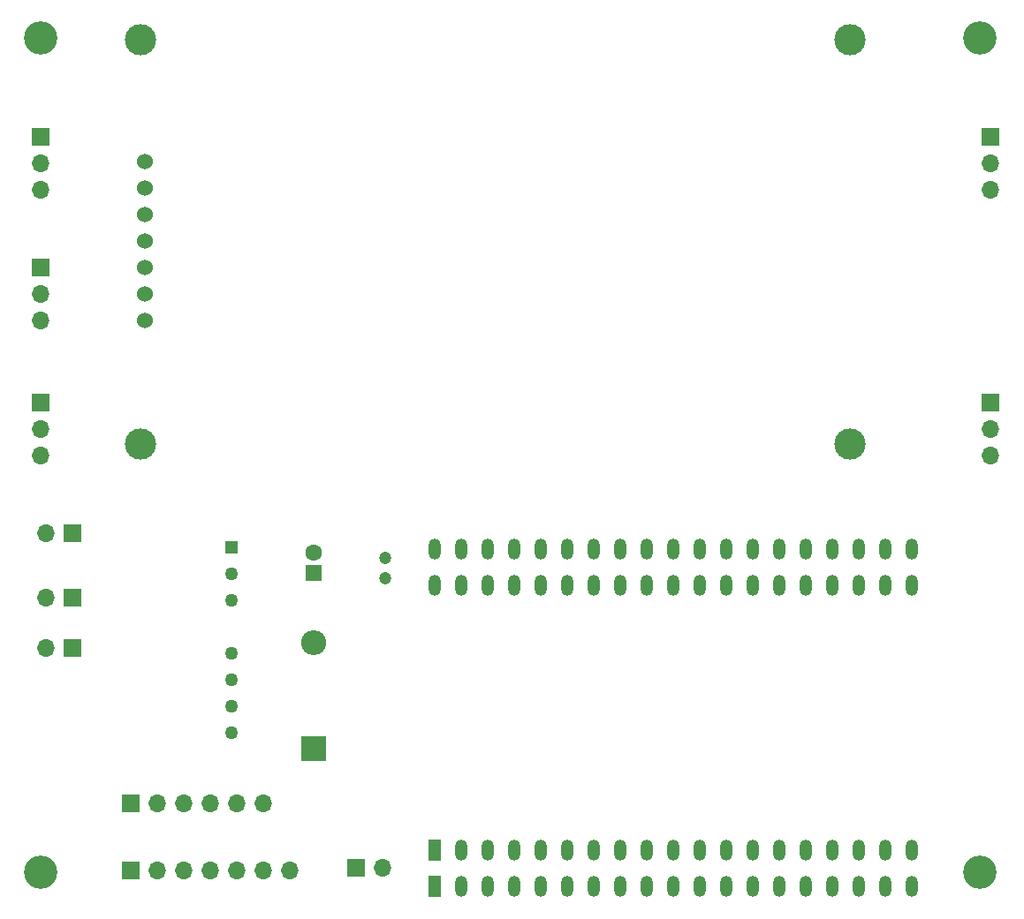
<source format=gbr>
%TF.GenerationSoftware,KiCad,Pcbnew,8.0.1*%
%TF.CreationDate,2024-04-17T02:22:22+02:00*%
%TF.ProjectId,Head Unit,48656164-2055-46e6-9974-2e6b69636164,rev?*%
%TF.SameCoordinates,Original*%
%TF.FileFunction,Soldermask,Top*%
%TF.FilePolarity,Negative*%
%FSLAX46Y46*%
G04 Gerber Fmt 4.6, Leading zero omitted, Abs format (unit mm)*
G04 Created by KiCad (PCBNEW 8.0.1) date 2024-04-17 02:22:22*
%MOMM*%
%LPD*%
G01*
G04 APERTURE LIST*
%ADD10R,1.600000X1.600000*%
%ADD11C,1.600000*%
%ADD12R,1.700000X1.700000*%
%ADD13O,1.700000X1.700000*%
%ADD14R,1.270000X1.270000*%
%ADD15C,1.270000*%
%ADD16C,1.200000*%
%ADD17C,3.000000*%
%ADD18C,1.524000*%
%ADD19C,3.200000*%
%ADD20R,2.400000X2.400000*%
%ADD21O,2.400000X2.400000*%
%ADD22R,1.200000X2.000000*%
%ADD23O,1.200000X2.000000*%
G04 APERTURE END LIST*
D10*
%TO.C,C2*%
X56134000Y-100298000D03*
D11*
X56134000Y-98298000D03*
%TD*%
D12*
%TO.C,J10*%
X33020000Y-102616000D03*
D13*
X30480000Y-102616000D03*
%TD*%
D14*
%TO.C,U2*%
X48270000Y-97856000D03*
D15*
X48270000Y-100396000D03*
X48270000Y-102936000D03*
X48270000Y-108016000D03*
X48270000Y-110556000D03*
X48270000Y-113096000D03*
X48270000Y-115636000D03*
%TD*%
D16*
%TO.C,C1*%
X62992000Y-98806000D03*
X62992000Y-100806000D03*
%TD*%
D12*
%TO.C,J5*%
X30000000Y-58420000D03*
D13*
X30000000Y-60960000D03*
X30000000Y-63500000D03*
%TD*%
D12*
%TO.C,J4*%
X121000000Y-58475000D03*
D13*
X121000000Y-61015000D03*
X121000000Y-63555000D03*
%TD*%
D17*
%TO.C,J7*%
X39491920Y-87898900D03*
X39502080Y-49102940D03*
X107497880Y-49113100D03*
X107502960Y-87898900D03*
D18*
X39979600Y-76062500D03*
X39979600Y-73522500D03*
X39979600Y-70982500D03*
X39979600Y-68442500D03*
X39979600Y-65902500D03*
X39979600Y-63362500D03*
X39979600Y-60822500D03*
%TD*%
D19*
%TO.C,BL*%
X30000000Y-129000000D03*
%TD*%
D12*
%TO.C,J8*%
X33000000Y-96500000D03*
D13*
X30460000Y-96500000D03*
%TD*%
D12*
%TO.C,J3*%
X30000000Y-83920000D03*
D13*
X30000000Y-86460000D03*
X30000000Y-89000000D03*
%TD*%
D20*
%TO.C,D1*%
X56134000Y-117094000D03*
D21*
X56134000Y-106934000D03*
%TD*%
D12*
%TO.C,J1*%
X30000000Y-70960000D03*
D13*
X30000000Y-73500000D03*
X30000000Y-76040000D03*
%TD*%
D12*
%TO.C,J11*%
X33000000Y-107500000D03*
D13*
X30460000Y-107500000D03*
%TD*%
D19*
%TO.C,BR*%
X120000000Y-129000000D03*
%TD*%
D12*
%TO.C,J2*%
X121000000Y-83920000D03*
D13*
X121000000Y-86460000D03*
X121000000Y-89000000D03*
%TD*%
D19*
%TO.C,TR*%
X120000000Y-49000000D03*
%TD*%
%TO.C,TL*%
X30000000Y-49000000D03*
%TD*%
D22*
%TO.C,U1*%
X67691000Y-130373000D03*
X67691000Y-126873000D03*
D23*
X70231000Y-130373000D03*
X70231000Y-126873000D03*
X72771000Y-130373000D03*
X72771000Y-126873000D03*
X75311000Y-130373000D03*
X75311000Y-126873000D03*
X77851000Y-130373000D03*
X77851000Y-126873000D03*
X80391000Y-130373000D03*
X80391000Y-126873000D03*
X82931000Y-130373000D03*
X82931000Y-126873000D03*
X85471000Y-130373000D03*
X85471000Y-126873000D03*
X88011000Y-130373000D03*
X88011000Y-126873000D03*
X90551000Y-130373000D03*
X90551000Y-126873000D03*
X93091000Y-130373000D03*
X93091000Y-126873000D03*
X95631000Y-130373000D03*
X95631000Y-126873000D03*
X98171000Y-130373000D03*
X98171000Y-126873000D03*
X100711000Y-130373000D03*
X100711000Y-126873000D03*
X103251000Y-130373000D03*
X103251000Y-126873000D03*
X105791000Y-130373000D03*
X105791000Y-126873000D03*
X108331000Y-130373000D03*
X108331000Y-126873000D03*
X110871000Y-130373000D03*
X110871000Y-126873000D03*
X113411000Y-130373000D03*
X113411000Y-126873000D03*
X113408280Y-101476680D03*
X113408280Y-97976680D03*
X110868280Y-101476680D03*
X110868280Y-97976680D03*
X108331000Y-101473000D03*
X108331000Y-97973000D03*
X105791000Y-101473000D03*
X105791000Y-97973000D03*
X103251000Y-101473000D03*
X103251000Y-97973000D03*
X100711000Y-101473000D03*
X100711000Y-97973000D03*
X98171000Y-101473000D03*
X98171000Y-97973000D03*
X95631000Y-101473000D03*
X95631000Y-97973000D03*
X93091000Y-101473000D03*
X93091000Y-97973000D03*
X90551000Y-101473000D03*
X90551000Y-97973000D03*
X88011000Y-101473000D03*
X88011000Y-97973000D03*
X85471000Y-101473000D03*
X85471000Y-97973000D03*
X82931000Y-101473000D03*
X82931000Y-97973000D03*
X80391000Y-101473000D03*
X80391000Y-97973000D03*
X77851000Y-101473000D03*
X77851000Y-97973000D03*
X75311000Y-101473000D03*
X75311000Y-97973000D03*
X72771000Y-101473000D03*
X72771000Y-97973000D03*
X70231000Y-101473000D03*
X70231000Y-97973000D03*
X67691000Y-101473000D03*
X67691000Y-97973000D03*
%TD*%
D12*
%TO.C,J6*%
X38600000Y-128800000D03*
D13*
X41140000Y-128800000D03*
X43680000Y-128800000D03*
X46220000Y-128800000D03*
X48760000Y-128800000D03*
X51300000Y-128800000D03*
X53840000Y-128800000D03*
%TD*%
D12*
%TO.C,J12*%
X60200000Y-128600000D03*
D13*
X62740000Y-128600000D03*
%TD*%
D12*
%TO.C,J9*%
X38600000Y-122400000D03*
D13*
X41140000Y-122400000D03*
X43680000Y-122400000D03*
X46220000Y-122400000D03*
X48760000Y-122400000D03*
X51300000Y-122400000D03*
%TD*%
M02*

</source>
